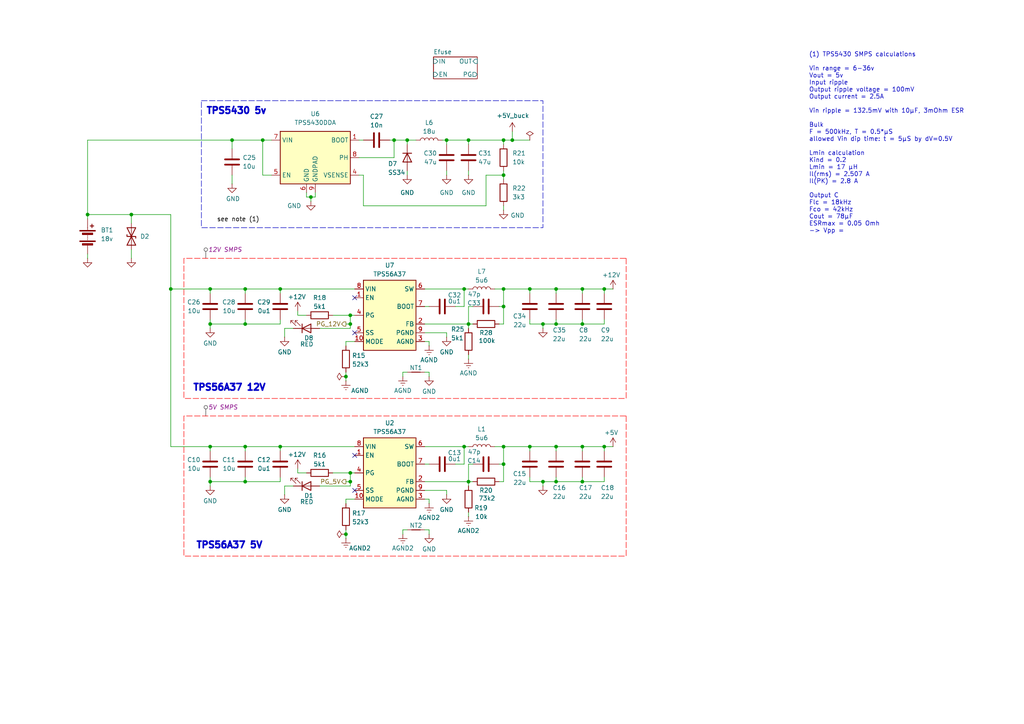
<source format=kicad_sch>
(kicad_sch (version 20250114) (generator "eeschema") (generator_version "9.0")
  (paper "A4")
  (lib_symbols
    (symbol "Device:Battery" (pin_numbers (hide yes)) (pin_names (offset 0) (hide yes))
      (property "Reference" "BT" (at 2.54 2.54 0))
      (property "Value" "Battery" (at 2.54 0 0))
      (symbol "Battery_1_1"
        (pin passive line (at 0 5.08 270) (length 2.54) (name "+") (number "1"))
        (pin passive line (at 0 -5.08 90) (length 2.54) (name "-") (number "2"))
      )
    )
    (symbol "Device:C" (pin_numbers (hide yes)) (pin_names (offset 0.254))
      (property "Reference" "C" (at 0.635 2.54 0))
      (property "Value" "C" (at 0.635 -2.54 0))
      (symbol "C_1_1"
        (pin passive line (at 0 3.81 270) (length 2.794) (name "~") (number "1"))
        (pin passive line (at 0 -3.81 90) (length 2.794) (name "~") (number "2"))
      )
    )
    (symbol "Device:D" (pin_numbers (hide yes)) (pin_names (offset 1.016) (hide yes))
      (property "Reference" "D" (at 0 2.54 0))
      (property "Value" "D" (at 0 -2.54 0))
      (symbol "D_1_1"
        (pin passive line (at -3.81 0 0) (length 2.54) (name "K") (number "1"))
        (pin passive line (at 3.81 0 180) (length 2.54) (name "A") (number "2"))
      )
    )
    (symbol "Device:D_TVS" (pin_numbers (hide yes)) (pin_names (offset 1.016) (hide yes))
      (property "Reference" "D" (at 0 2.54 0))
      (property "Value" "D_TVS" (at 0 -2.54 0))
      (symbol "D_TVS_1_1"
        (pin passive line (at -3.81 0 0) (length 2.54) (name "A1") (number "1"))
        (pin passive line (at 3.81 0 180) (length 2.54) (name "A2") (number "2"))
      )
    )
    (symbol "Device:L" (pin_numbers (hide yes)) (pin_names (offset 1.016) (hide yes))
      (property "Reference" "L" (at -1.27 0 90))
      (property "Value" "L" (at 1.905 0 90))
      (symbol "L_1_1"
        (pin passive line (at 0 3.81 270) (length 1.27) (name "1") (number "1"))
        (pin passive line (at 0 -3.81 90) (length 1.27) (name "2") (number "2"))
      )
    )
    (symbol "Device:LED" (pin_numbers (hide yes)) (pin_names (offset 1.016) (hide yes))
      (property "Reference" "D" (at 0 2.54 0))
      (property "Value" "LED" (at 0 -2.54 0))
      (symbol "LED_1_1"
        (pin passive line (at -3.81 0 0) (length 2.54) (name "K") (number "1"))
        (pin passive line (at 3.81 0 180) (length 2.54) (name "A") (number "2"))
      )
    )
    (symbol "Device:NetTie_2" (pin_numbers (hide yes)) (pin_names (offset 0) (hide yes)) (in_bom no)
      (property "Reference" "NT" (at 0 1.27 0))
      (property "Value" "NetTie_2" (at 0 -1.27 0))
      (symbol "NetTie_2_1_1"
        (pin passive line (at -2.54 0 0) (length 2.54) (name "1") (number "1"))
        (pin passive line (at 2.54 0 180) (length 2.54) (name "2") (number "2"))
      )
    )
    (symbol "Device:R" (pin_numbers (hide yes)) (pin_names (offset 0))
      (property "Reference" "R" (at 2.032 0 90))
      (property "Value" "R" (at 0 0 90))
      (symbol "R_1_1"
        (pin passive line (at 0 3.81 270) (length 1.27) (name "~") (number "1"))
        (pin passive line (at 0 -3.81 90) (length 1.27) (name "~") (number "2"))
      )
    )
    (symbol "GLCS:TPS56A37"
      (property "Reference" "U" (at -7.62 6.35 0))
      (property "Value" "TPS56A37" (at -2.54 6.35 0))
      (symbol "TPS56A37_1_0"
        (pin open_collector line (at -10.16 -5.08 0) (length 2.54) (name "PG") (number "4"))
        (pin input line (at -10.16 -10.16 0) (length 2.54) (name "SS") (number "5"))
        (pin input line (at -10.16 -12.7 0) (length 2.54) (name "MODE") (number "10"))
        (pin power_in line (at 10.16 -10.16 180) (length 2.54) (name "PGND") (number "9"))
        (pin power_in line (at 10.16 -12.7 180) (length 2.54) (name "AGND") (number "3"))
      )
      (symbol "TPS56A37_1_1"
        (pin power_in line (at -10.16 2.54 0) (length 2.54) (name "VIN") (number "8"))
        (pin input line (at -10.16 0 0) (length 2.54) (name "EN") (number "1"))
        (pin power_out line (at 10.16 2.54 180) (length 2.54) (name "SW") (number "6"))
        (pin passive line (at 10.16 -2.54 180) (length 2.54) (name "BOOT") (number "7"))
        (pin input line (at 10.16 -7.62 180) (length 2.54) (name "FB") (number "2"))
      )
    )
    (symbol "Regulator_Switching:TPS5430DDA"
      (property "Reference" "U" (at -10.16 8.89 0))
      (property "Value" "TPS5430DDA" (at -1.27 8.89 0))
      (symbol "TPS5430DDA_1_1"
        (pin power_in line (at -12.7 5.08 0) (length 2.54) (name "VIN") (number "7"))
        (pin input line (at -12.7 -5.08 0) (length 2.54) (name "EN") (number "5"))
        (pin no_connect line (at -10.16 2.54 0) (length 2.54) (hide yes) (name "NC") (number "2"))
        (pin no_connect line (at -10.16 -2.54 0) (length 2.54) (hide yes) (name "NC") (number "3"))
        (pin power_in line (at -2.54 -10.16 90) (length 2.54) (name "GND") (number "6"))
        (pin power_in line (at 0 -10.16 90) (length 2.54) (name "GNDPAD") (number "9"))
        (pin input line (at 12.7 5.08 180) (length 2.54) (name "BOOT") (number "1"))
        (pin output line (at 12.7 0 180) (length 2.54) (name "PH") (number "8"))
        (pin input line (at 12.7 -5.08 180) (length 2.54) (name "VSENSE") (number "4"))
      )
    )
    (symbol "power:+12V" (power) (pin_numbers (hide yes)) (pin_names (offset 0) (hide yes))
      (property "Value" "+12V" (at 0 3.556 0))
      (symbol "+12V_1_1"
        (pin power_in line (at 0 0 90) (length 0) (name "~") (number "1"))
      )
    )
    (symbol "power:+5V" (power) (pin_numbers (hide yes)) (pin_names (offset 0) (hide yes))
      (property "Value" "+5V" (at 0 3.556 0))
      (symbol "+5V_1_1"
        (pin power_in line (at 0 0 90) (length 0) (name "~") (number "1"))
      )
    )
    (symbol "power:GND" (power) (pin_numbers (hide yes)) (pin_names (offset 0) (hide yes))
      (property "Value" "GND" (at 0 -3.81 0))
      (symbol "GND_1_1"
        (pin power_in line (at 0 0 270) (length 0) (name "~") (number "1"))
      )
    )
    (symbol "power:GNDREF" (power) (pin_numbers (hide yes)) (pin_names (offset 0) (hide yes))
      (property "Value" "GNDREF" (at 0 -3.81 0))
      (symbol "GNDREF_1_1"
        (pin power_in line (at 0 0 270) (length 0) (name "~") (number "1"))
      )
    )
    (symbol "power:PWR_FLAG" (power) (pin_numbers (hide yes)) (pin_names (offset 0) (hide yes))
      (property "Value" "PWR_FLAG" (at 0 3.81 0))
      (symbol "PWR_FLAG_0_0"
        (pin power_out line (at 0 0 90) (length 0) (name "~") (number "1"))
      )
    )
  )
  (rectangle (start 58.42 29.21) (end 157.48 66.04) (stroke (width 0) (type dash)))
  (text "TPS5430 5v" (at 68.58 32.258 0) (effects (font (size 1.905 1.905) (thickness 0.508) (bold yes))))
  (text "see note (1)" (at 69.088 63.754 0) (effects (font (size 1.27 1.27))))
  (text "TPS56A37 12V" (at 66.548 112.522 0) (effects (font (size 1.905 1.905) (thickness 0.508) (bold yes))))
  (text "TPS56A37 5V" (at 66.548 158.242 0) (effects (font (size 1.905 1.905) (thickness 0.508) (bold yes))))
  (text_box "(1) TPS5430 SMPS calculations\n\nVin range = 6-36v\nVout = 5v\nInput ripple\nOutput ripple voltage = 100mV\nOutput current = 2.5A\n\nVin ripple = 132.5mV with 10µF, 3mOhm ESR\n\nBulk\nF = 500kHz, T = 0.5*µS\nallowed Vin dip time: t = 5µS by dV=0.5V\n\nLmin calculation\nKind = 0.2\nLmin = 17 µH\nIl(rms) = 2.507 A\nIl(PK) = 2.8 A\n\nOutput C\nFlc = 18kHz\nFco = 42kHz\nCout = 78µF\nESRmax = 0.05 Omh\n-> Vpp = " (at 233.68 13.97 0) (size 48.26 55.88) (margins 0.9525 0.9525 0.9525 0.9525) (stroke (width -0.0001)) (effects (font (size 1.27 1.27)) (justify left top)))
  (junction (at 101.6 91.44))
  (junction (at 153.67 83.82))
  (junction (at 146.05 83.82))
  (junction (at 153.67 129.54))
  (junction (at 168.91 139.7))
  (junction (at 38.1 62.23))
  (junction (at 146.05 50.8))
  (junction (at 25.4 62.23))
  (junction (at 175.26 129.54))
  (junction (at 76.2 40.64))
  (junction (at 81.28 129.54))
  (junction (at 135.89 139.7))
  (junction (at 49.53 83.82))
  (junction (at 168.91 93.98))
  (junction (at 101.6 93.98))
  (junction (at 161.29 129.54))
  (junction (at 146.05 134.62))
  (junction (at 67.31 40.64))
  (junction (at 71.12 83.82))
  (junction (at 101.6 137.16))
  (junction (at 100.33 109.22))
  (junction (at 146.05 40.64))
  (junction (at 134.62 129.54))
  (junction (at 146.05 88.9))
  (junction (at 118.11 40.64))
  (junction (at 129.54 40.64))
  (junction (at 168.91 83.82))
  (junction (at 135.89 93.98))
  (junction (at 71.12 139.7))
  (junction (at 148.59 40.64))
  (junction (at 60.96 93.98))
  (junction (at 71.12 129.54))
  (junction (at 161.29 83.82))
  (junction (at 175.26 83.82))
  (junction (at 146.05 129.54))
  (junction (at 134.62 83.82))
  (junction (at 60.96 139.7))
  (junction (at 157.48 93.98))
  (junction (at 101.6 139.7))
  (junction (at 71.12 93.98))
  (junction (at 81.28 83.82))
  (junction (at 114.3 40.64))
  (junction (at 60.96 129.54))
  (junction (at 100.33 154.94))
  (junction (at 135.89 40.64))
  (junction (at 90.17 57.15))
  (junction (at 157.48 139.7))
  (junction (at 161.29 139.7))
  (junction (at 161.29 93.98))
  (junction (at 60.96 83.82))
  (junction (at 168.91 129.54))
  (no_connect (at 102.87 132.08))
  (no_connect (at 102.87 86.36))
  (no_connect (at 102.87 142.24))
  (no_connect (at 102.87 96.52))
  (wire (pts (xy 124.46 144.78) (xy 123.19 144.78)))
  (wire (pts (xy 137.16 134.62) (xy 135.89 134.62)))
  (wire (pts (xy 146.05 49.53) (xy 146.05 50.8)))
  (wire (pts (xy 161.29 129.54) (xy 168.91 129.54)))
  (wire (pts (xy 71.12 92.71) (xy 71.12 93.98)))
  (wire (pts (xy 153.67 93.98) (xy 153.67 92.71)))
  (wire (pts (xy 123.19 129.54) (xy 134.62 129.54)))
  (wire (pts (xy 134.62 83.82) (xy 134.62 88.9)))
  (wire (pts (xy 82.55 95.25) (xy 82.55 97.79)))
  (wire (pts (xy 71.12 93.98) (xy 60.96 93.98)))
  (wire (pts (xy 82.55 140.97) (xy 82.55 143.51)))
  (wire (pts (xy 67.31 50.8) (xy 67.31 53.34)))
  (wire (pts (xy 118.11 40.64) (xy 118.11 41.91)))
  (wire (pts (xy 146.05 50.8) (xy 140.97 50.8)))
  (wire (pts (xy 101.6 139.7) (xy 100.33 139.7)))
  (wire (pts (xy 90.17 57.15) (xy 88.9 57.15)))
  (wire (pts (xy 146.05 88.9) (xy 146.05 83.82)))
  (wire (pts (xy 116.84 109.22) (xy 116.84 107.95)))
  (wire (pts (xy 124.46 146.05) (xy 124.46 144.78)))
  (wire (pts (xy 81.28 139.7) (xy 81.28 138.43)))
  (wire (pts (xy 135.89 102.87) (xy 135.89 104.14)))
  (wire (pts (xy 134.62 83.82) (xy 135.89 83.82)))
  (wire (pts (xy 135.89 40.64) (xy 135.89 41.91)))
  (wire (pts (xy 105.41 59.69) (xy 105.41 50.8)))
  (wire (pts (xy 60.96 129.54) (xy 60.96 130.81)))
  (wire (pts (xy 105.41 50.8) (xy 104.14 50.8)))
  (wire (pts (xy 92.71 95.25) (xy 101.6 95.25)))
  (wire (pts (xy 96.52 91.44) (xy 101.6 91.44)))
  (wire (pts (xy 96.52 137.16) (xy 101.6 137.16)))
  (wire (pts (xy 134.62 88.9) (xy 132.08 88.9)))
  (wire (pts (xy 146.05 83.82) (xy 153.67 83.82)))
  (wire (pts (xy 168.91 139.7) (xy 161.29 139.7)))
  (wire (pts (xy 144.78 88.9) (xy 146.05 88.9)))
  (wire (pts (xy 67.31 40.64) (xy 76.2 40.64)))
  (wire (pts (xy 175.26 93.98) (xy 175.26 92.71)))
  (wire (pts (xy 135.89 148.59) (xy 135.89 149.86)))
  (wire (pts (xy 146.05 59.69) (xy 146.05 60.96)))
  (wire (pts (xy 161.29 83.82) (xy 168.91 83.82)))
  (wire (pts (xy 146.05 129.54) (xy 153.67 129.54)))
  (wire (pts (xy 91.44 57.15) (xy 90.17 57.15)))
  (wire (pts (xy 157.48 139.7) (xy 157.48 140.97)))
  (wire (pts (xy 124.46 100.33) (xy 124.46 99.06)))
  (wire (pts (xy 71.12 83.82) (xy 81.28 83.82)))
  (wire (pts (xy 146.05 40.64) (xy 148.59 40.64)))
  (wire (pts (xy 161.29 130.81) (xy 161.29 129.54)))
  (wire (pts (xy 92.71 140.97) (xy 101.6 140.97)))
  (wire (pts (xy 123.19 134.62) (xy 124.46 134.62)))
  (wire (pts (xy 71.12 129.54) (xy 71.12 130.81)))
  (wire (pts (xy 146.05 139.7) (xy 144.78 139.7)))
  (wire (pts (xy 49.53 129.54) (xy 60.96 129.54)))
  (wire (pts (xy 144.78 134.62) (xy 146.05 134.62)))
  (wire (pts (xy 161.29 93.98) (xy 161.29 92.71)))
  (wire (pts (xy 135.89 139.7) (xy 137.16 139.7)))
  (wire (pts (xy 60.96 139.7) (xy 60.96 138.43)))
  (wire (pts (xy 86.36 137.16) (xy 86.36 135.89)))
  (wire (pts (xy 114.3 45.72) (xy 114.3 40.64)))
  (wire (pts (xy 124.46 99.06) (xy 123.19 99.06)))
  (wire (pts (xy 161.29 129.54) (xy 153.67 129.54)))
  (wire (pts (xy 168.91 138.43) (xy 168.91 139.7)))
  (wire (pts (xy 146.05 50.8) (xy 146.05 52.07)))
  (wire (pts (xy 116.84 107.95) (xy 118.11 107.95)))
  (wire (pts (xy 135.89 49.53) (xy 135.89 50.8)))
  (wire (pts (xy 60.96 93.98) (xy 60.96 95.25)))
  (wire (pts (xy 123.19 153.67) (xy 124.46 153.67)))
  (wire (pts (xy 25.4 62.23) (xy 25.4 40.64)))
  (wire (pts (xy 146.05 93.98) (xy 146.05 88.9)))
  (wire (pts (xy 101.6 93.98) (xy 100.33 93.98)))
  (wire (pts (xy 116.84 153.67) (xy 118.11 153.67)))
  (wire (pts (xy 143.51 129.54) (xy 146.05 129.54)))
  (wire (pts (xy 118.11 40.64) (xy 120.65 40.64)))
  (wire (pts (xy 135.89 40.64) (xy 146.05 40.64)))
  (wire (pts (xy 100.33 154.94) (xy 100.33 153.67)))
  (wire (pts (xy 101.6 91.44) (xy 101.6 93.98)))
  (wire (pts (xy 100.33 144.78) (xy 100.33 146.05)))
  (wire (pts (xy 81.28 129.54) (xy 81.28 130.81)))
  (wire (pts (xy 137.16 88.9) (xy 135.89 88.9)))
  (wire (pts (xy 71.12 139.7) (xy 60.96 139.7)))
  (wire (pts (xy 146.05 139.7) (xy 146.05 134.62)))
  (wire (pts (xy 157.48 139.7) (xy 161.29 139.7)))
  (wire (pts (xy 101.6 91.44) (xy 102.87 91.44)))
  (wire (pts (xy 82.55 95.25) (xy 85.09 95.25)))
  (wire (pts (xy 38.1 62.23) (xy 49.53 62.23)))
  (wire (pts (xy 25.4 40.64) (xy 67.31 40.64)))
  (wire (pts (xy 76.2 40.64) (xy 78.74 40.64)))
  (wire (pts (xy 104.14 40.64) (xy 105.41 40.64)))
  (wire (pts (xy 129.54 40.64) (xy 135.89 40.64)))
  (wire (pts (xy 100.33 110.49) (xy 100.33 109.22)))
  (wire (pts (xy 86.36 91.44) (xy 86.36 90.17)))
  (wire (pts (xy 71.12 129.54) (xy 81.28 129.54)))
  (wire (pts (xy 124.46 107.95) (xy 124.46 109.22)))
  (wire (pts (xy 101.6 139.7) (xy 101.6 140.97)))
  (wire (pts (xy 25.4 63.5) (xy 25.4 62.23)))
  (wire (pts (xy 146.05 40.64) (xy 146.05 41.91)))
  (wire (pts (xy 100.33 144.78) (xy 102.87 144.78)))
  (wire (pts (xy 88.9 57.15) (xy 88.9 55.88)))
  (wire (pts (xy 100.33 99.06) (xy 102.87 99.06)))
  (wire (pts (xy 123.19 83.82) (xy 134.62 83.82)))
  (wire (pts (xy 49.53 83.82) (xy 60.96 83.82)))
  (wire (pts (xy 168.91 92.71) (xy 168.91 93.98)))
  (wire (pts (xy 104.14 45.72) (xy 114.3 45.72)))
  (wire (pts (xy 134.62 129.54) (xy 134.62 134.62)))
  (wire (pts (xy 135.89 139.7) (xy 135.89 140.97)))
  (wire (pts (xy 101.6 137.16) (xy 101.6 139.7)))
  (wire (pts (xy 135.89 88.9) (xy 135.89 93.98)))
  (wire (pts (xy 134.62 134.62) (xy 132.08 134.62)))
  (wire (pts (xy 123.19 93.98) (xy 135.89 93.98)))
  (wire (pts (xy 81.28 83.82) (xy 102.87 83.82)))
  (wire (pts (xy 25.4 62.23) (xy 38.1 62.23)))
  (wire (pts (xy 49.53 83.82) (xy 49.53 129.54)))
  (wire (pts (xy 168.91 93.98) (xy 175.26 93.98)))
  (wire (pts (xy 146.05 134.62) (xy 146.05 129.54)))
  (wire (pts (xy 175.26 130.81) (xy 175.26 129.54)))
  (wire (pts (xy 129.54 40.64) (xy 129.54 41.91)))
  (wire (pts (xy 146.05 93.98) (xy 144.78 93.98)))
  (wire (pts (xy 100.33 99.06) (xy 100.33 100.33)))
  (wire (pts (xy 78.74 50.8) (xy 76.2 50.8)))
  (wire (pts (xy 161.29 85.09) (xy 161.29 83.82)))
  (wire (pts (xy 143.51 83.82) (xy 146.05 83.82)))
  (wire (pts (xy 81.28 93.98) (xy 81.28 92.71)))
  (wire (pts (xy 135.89 93.98) (xy 137.16 93.98)))
  (wire (pts (xy 175.26 85.09) (xy 175.26 83.82)))
  (wire (pts (xy 161.29 83.82) (xy 153.67 83.82)))
  (wire (pts (xy 60.96 139.7) (xy 60.96 140.97)))
  (wire (pts (xy 168.91 83.82) (xy 175.26 83.82)))
  (wire (pts (xy 71.12 93.98) (xy 81.28 93.98)))
  (wire (pts (xy 168.91 129.54) (xy 168.91 130.81)))
  (wire (pts (xy 101.6 93.98) (xy 101.6 95.25)))
  (wire (pts (xy 25.4 73.66) (xy 25.4 74.93)))
  (wire (pts (xy 140.97 50.8) (xy 140.97 59.69)))
  (wire (pts (xy 60.96 83.82) (xy 71.12 83.82)))
  (wire (pts (xy 123.19 107.95) (xy 124.46 107.95)))
  (wire (pts (xy 67.31 40.64) (xy 67.31 43.18)))
  (wire (pts (xy 177.8 129.54) (xy 175.26 129.54)))
  (wire (pts (xy 153.67 93.98) (xy 157.48 93.98)))
  (wire (pts (xy 60.96 83.82) (xy 60.96 85.09)))
  (wire (pts (xy 134.62 129.54) (xy 135.89 129.54)))
  (wire (pts (xy 168.91 139.7) (xy 175.26 139.7)))
  (wire (pts (xy 148.59 38.1) (xy 148.59 40.64)))
  (wire (pts (xy 129.54 143.51) (xy 129.54 142.24)))
  (wire (pts (xy 100.33 109.22) (xy 100.33 107.95)))
  (wire (pts (xy 157.48 93.98) (xy 157.48 95.25)))
  (wire (pts (xy 129.54 142.24) (xy 123.19 142.24)))
  (wire (pts (xy 124.46 153.67) (xy 124.46 154.94)))
  (wire (pts (xy 81.28 129.54) (xy 102.87 129.54)))
  (wire (pts (xy 148.59 40.64) (xy 153.67 40.64)))
  (wire (pts (xy 81.28 83.82) (xy 81.28 85.09)))
  (wire (pts (xy 153.67 130.81) (xy 153.67 129.54)))
  (wire (pts (xy 71.12 83.82) (xy 71.12 85.09)))
  (wire (pts (xy 123.19 88.9) (xy 124.46 88.9)))
  (wire (pts (xy 88.9 137.16) (xy 86.36 137.16)))
  (wire (pts (xy 153.67 85.09) (xy 153.67 83.82)))
  (wire (pts (xy 91.44 55.88) (xy 91.44 57.15)))
  (wire (pts (xy 38.1 72.39) (xy 38.1 74.93)))
  (wire (pts (xy 161.29 139.7) (xy 161.29 138.43)))
  (wire (pts (xy 123.19 139.7) (xy 135.89 139.7)))
  (wire (pts (xy 157.48 93.98) (xy 161.29 93.98)))
  (wire (pts (xy 71.12 138.43) (xy 71.12 139.7)))
  (wire (pts (xy 153.67 139.7) (xy 153.67 138.43)))
  (wire (pts (xy 49.53 62.23) (xy 49.53 83.82)))
  (wire (pts (xy 90.17 58.42) (xy 90.17 57.15)))
  (wire (pts (xy 113.03 40.64) (xy 114.3 40.64)))
  (wire (pts (xy 153.67 139.7) (xy 157.48 139.7)))
  (wire (pts (xy 168.91 129.54) (xy 175.26 129.54)))
  (wire (pts (xy 38.1 62.23) (xy 38.1 64.77)))
  (wire (pts (xy 60.96 129.54) (xy 71.12 129.54)))
  (wire (pts (xy 60.96 93.98) (xy 60.96 92.71)))
  (wire (pts (xy 76.2 40.64) (xy 76.2 50.8)))
  (wire (pts (xy 129.54 96.52) (xy 123.19 96.52)))
  (wire (pts (xy 71.12 139.7) (xy 81.28 139.7)))
  (wire (pts (xy 128.27 40.64) (xy 129.54 40.64)))
  (wire (pts (xy 135.89 134.62) (xy 135.89 139.7)))
  (wire (pts (xy 118.11 49.53) (xy 118.11 50.8)))
  (wire (pts (xy 88.9 91.44) (xy 86.36 91.44)))
  (wire (pts (xy 177.8 83.82) (xy 175.26 83.82)))
  (wire (pts (xy 140.97 59.69) (xy 105.41 59.69)))
  (wire (pts (xy 116.84 154.94) (xy 116.84 153.67)))
  (wire (pts (xy 100.33 156.21) (xy 100.33 154.94)))
  (wire (pts (xy 175.26 139.7) (xy 175.26 138.43)))
  (wire (pts (xy 82.55 140.97) (xy 85.09 140.97)))
  (wire (pts (xy 114.3 40.64) (xy 118.11 40.64)))
  (wire (pts (xy 168.91 93.98) (xy 161.29 93.98)))
  (wire (pts (xy 129.54 49.53) (xy 129.54 50.8)))
  (wire (pts (xy 129.54 97.79) (xy 129.54 96.52)))
  (wire (pts (xy 101.6 137.16) (xy 102.87 137.16)))
  (wire (pts (xy 168.91 83.82) (xy 168.91 85.09)))
  (wire (pts (xy 135.89 93.98) (xy 135.89 95.25)))
  (hierarchical_label "PG_12V" (shape output) (at 100.33 93.98 180))
  (hierarchical_label "PG_5V" (shape output) (at 100.33 139.7 180))
  (rule_area (polyline (pts (xy 181.61 74.93) (xy 181.61 115.57) (xy 53.34 115.57) (xy 53.34 74.93)) (stroke (width 0) (type dash))))
  (rule_area (polyline (pts (xy 181.61 120.65) (xy 181.61 161.29) (xy 53.34 161.29) (xy 53.34 120.65)) (stroke (width 0) (type dash))))
  (netclass_flag "" (length 2.54) (shape round) (at 59.69 74.93 0) (property "Component Class" "12V SMPS" (at 60.3885 72.39 0) (effects (font (italic yes)) (justify left))))
  (netclass_flag "" (length 2.54) (shape round) (at 59.69 120.65 0) (property "Component Class" "5V SMPS" (at 60.3885 118.11 0) (effects (font (italic yes)) (justify left))))
  (symbol (lib_id "Device:R") (at 135.89 99.06 0) (unit 1)
    (property "Reference" "R25" (at 130.81 95.504 0) (effects (justify left)))
    (property "Value" "5k1" (at 130.81 98.044 0) (effects (justify left)))
    (property "Footprint" "Resistor_SMD:R_0402_1005Metric" (effects (hide yes)))
    (property "Description" "Resistor" (effects (hide yes)))
    (property "Basic" "Y" (effects (hide yes)))
    (property "JLCPCB Part #" "C25905" (effects (hide yes)))
    (property "Manufacturer" "Uniroyal Elec" (effects (hide yes)))
    (property "Manufacturer Part Number" "0402WGF5101TCE" (effects (hide yes)))
  )
  (symbol (lib_id "power:GNDREF") (at 100.33 110.49 0) (unit 1)
    (property "Reference" "#PWR056" (effects (hide yes)))
    (property "Value" "AGND" (at 104.394 113.284 0))
    (property "Description" "Power symbol creates a global label with name \"GNDREF\" , reference supply ground" (effects (hide yes)))
  )
  (symbol (lib_id "Device:C") (at 175.26 88.9 0) (unit 1)
    (property "Reference" "C9" (at 174.244 95.758 0) (effects (justify left)))
    (property "Value" "22u" (at 174.244 98.298 0) (effects (justify left)))
    (property "Footprint" "Capacitor_SMD:C_0805_2012Metric" (effects (hide yes)))
    (property "Description" "Unpolarized capacitor" (effects (hide yes)))
    (property "Basic" "Y" (effects (hide yes)))
    (property "JLCPCB Part #" "C45783" (effects (hide yes)))
    (property "Manufacturer" "Samsung Electro-Mechanics " (effects (hide yes)))
    (property "Manufacturer Part Number" "CL21A226MAQNNNE" (effects (hide yes)))
  )
  (symbol (lib_id "Device:C") (at 67.31 46.99 0) (unit 1)
    (property "Reference" "C25" (at 70.358 45.72 0) (effects (justify left)))
    (property "Value" "10u" (at 70.358 48.26 0) (effects (justify left)))
    (property "Footprint" "Capacitor_SMD:C_0805_2012Metric" (effects (hide yes)))
    (property "Description" "Unpolarized capacitor" (effects (hide yes)))
    (property "Basic" "Y" (effects (hide yes)))
    (property "JLCPCB Part #" "C440198" (effects (hide yes)))
    (property "Manufacturer" "Murata" (effects (hide yes)))
    (property "Manufacturer Part Number" "GRM21BR61H106KE43L" (effects (hide yes)))
  )
  (symbol (lib_id "Device:D") (at 118.11 45.72 270) (unit 1)
    (property "Reference" "D7" (at 112.522 47.498 90) (effects (justify left)))
    (property "Value" "SS34" (at 112.522 50.038 90) (effects (justify left)))
    (property "Footprint" "Diode_SMD:D_SMA" (effects (hide yes)))
    (property "Description" "Diode" (effects (hide yes)))
    (property "Sim.Device" "D" (effects (hide yes)))
    (property "Sim.Pins" "1=K 2=A" (effects (hide yes)))
    (property "Basic" "Y" (effects (hide yes)))
    (property "JLCPCB Part #" "C8678" (effects (hide yes)))
    (property "Manufacturer" "Microdiode Semiconductor (MDD)" (effects (hide yes)))
    (property "Manufacturer Part Number" "SS34" (effects (hide yes)))
  )
  (symbol (lib_id "Device:C") (at 60.96 88.9 0) (unit 1)
    (property "Reference" "C26" (at 58.166 87.63 0) (effects (justify right)))
    (property "Value" "10u" (at 58.166 90.17 0) (effects (justify right)))
    (property "Footprint" "Capacitor_SMD:C_0805_2012Metric" (effects (hide yes)))
    (property "Description" "Unpolarized capacitor" (effects (hide yes)))
    (property "Basic" "Y" (effects (hide yes)))
    (property "JLCPCB Part #" "C440198" (effects (hide yes)))
    (property "Manufacturer" "Murata" (effects (hide yes)))
    (property "Manufacturer Part Number" "GRM21BR61H106KE43L" (effects (hide yes)))
  )
  (symbol (lib_id "power:GND") (at 135.89 50.8 0) (unit 1)
    (property "Reference" "#PWR055" (effects (hide yes)))
    (property "Value" "GND" (at 135.89 55.88 0))
    (property "Description" "Power symbol creates a global label with name \"GND\" , ground" (effects (hide yes)))
  )
  (symbol (lib_id "power:+12V") (at 86.36 135.89 0) (unit 1)
    (property "Reference" "#PWR019" (effects (hide yes)))
    (property "Value" "+12V" (at 86.106 131.826 0))
    (property "Description" "Power symbol creates a global label with name \"+12V\"" (effects (hide yes)))
  )
  (symbol (lib_id "power:GND") (at 82.55 143.51 0) (unit 1)
    (property "Reference" "#PWR018" (effects (hide yes)))
    (property "Value" "GND" (at 82.55 147.828 0))
    (property "Description" "Power symbol creates a global label with name \"GND\" , ground" (effects (hide yes)))
  )
  (symbol (lib_id "Device:R") (at 135.89 144.78 0) (mirror x) (unit 1)
    (property "Reference" "R19" (at 141.478 147.32 0) (effects (justify right)))
    (property "Value" "10k" (at 141.478 149.86 0) (effects (justify right)))
    (property "Footprint" "Resistor_SMD:R_0402_1005Metric" (effects (hide yes)))
    (property "Description" "Resistor" (effects (hide yes)))
    (property "Manufacturer" "Uniroyal Elec" (effects (hide yes)))
    (property "Manufacturer Part Number" "0402WGF1002TCE" (effects (hide yes)))
    (property "Basic" "Y" (effects (hide yes)))
    (property "JLCPCB Part #" "C25744" (effects (hide yes)))
  )
  (symbol (lib_id "power:GND") (at 60.96 95.25 0) (unit 1)
    (property "Reference" "#PWR050" (effects (hide yes)))
    (property "Value" "GND" (at 60.96 99.568 0))
    (property "Description" "Power symbol creates a global label with name \"GND\" , ground" (effects (hide yes)))
  )
  (symbol (lib_id "power:GND") (at 129.54 97.79 0) (unit 1)
    (property "Reference" "#PWR016" (effects (hide yes)))
    (property "Value" "GND" (at 129.54 102.108 0))
    (property "Description" "Power symbol creates a global label with name \"GND\" , ground" (effects (hide yes)))
  )
  (symbol (lib_id "power:GNDREF") (at 116.84 109.22 0) (unit 1)
    (property "Reference" "#PWR090" (effects (hide yes)))
    (property "Value" "AGND" (at 116.84 113.284 0))
    (property "Description" "Power symbol creates a global label with name \"GNDREF\" , reference supply ground" (effects (hide yes)))
  )
  (symbol (lib_id "power:GND") (at 157.48 140.97 0) (unit 1)
    (property "Reference" "#PWR033" (effects (hide yes)))
    (property "Value" "GND" (effects (hide yes)))
    (property "Description" "Power symbol creates a global label with name \"GND\" , ground" (effects (hide yes)))
  )
  (symbol (lib_id "Device:LED") (at 88.9 140.97 0) (mirror x) (unit 1)
    (property "Reference" "D1" (at 90.932 143.764 0) (effects (justify right)))
    (property "Value" "RED" (at 90.932 145.542 0) (effects (justify right)))
    (property "Footprint" "LED_SMD:LED_0603_1608Metric" (effects (hide yes)))
    (property "Description" "Light emitting diode" (effects (hide yes)))
    (property "Sim.Pins" "1=K 2=A" (effects (hide yes)))
    (property "Basic" "Y" (effects (hide yes)))
    (property "JLCPCB Part #" "C2286" (effects (hide yes)))
    (property "Manufacturer" "Hubei KENTO Elec " (effects (hide yes)))
    (property "Manufacturer Part Number" "KT-0603R" (effects (hide yes)))
  )
  (symbol (lib_id "Device:C") (at 153.67 134.62 0) (mirror y) (unit 1)
    (property "Reference" "C15" (at 152.654 137.414 0) (effects (justify left)))
    (property "Value" "22u" (at 152.654 139.954 0) (effects (justify left)))
    (property "Footprint" "Capacitor_SMD:C_0805_2012Metric" (effects (hide yes)))
    (property "Description" "Unpolarized capacitor" (effects (hide yes)))
    (property "Basic" "Y" (effects (hide yes)))
    (property "JLCPCB Part #" "C45783" (effects (hide yes)))
    (property "Manufacturer" "Samsung Electro-Mechanics " (effects (hide yes)))
    (property "Manufacturer Part Number" "CL21A226MAQNNNE" (effects (hide yes)))
  )
  (symbol (lib_id "Regulator_Switching:TPS5430DDA") (at 91.44 45.72 0) (unit 1)
    (property "Reference" "U6" (at 91.44 33.02 0))
    (property "Value" "TPS5430DDA" (at 91.44 35.56 0))
    (property "Footprint" "Package_SO:TI_SO-PowerPAD-8_ThermalVias" (effects (hide yes)))
    (property "Datasheet" "http://www.ti.com/lit/ds/symlink/tps5430.pdf" (effects (hide yes)))
    (property "Description" "3A, Step Down Swift Converter, Adjustable Output Voltage, 5.5-36V Input Voltage, PowerSO-8" (effects (hide yes)))
    (property "Basic" "Y" (effects (hide yes)))
    (property "JLCPCB Part #" "C9864" (effects (hide yes)))
    (property "Manufacturer" "Texas Instruments" (effects (hide yes)))
    (property "Manufacturer Part Number" "TPS5430DDAR" (effects (hide yes)))
  )
  (symbol (lib_id "power:PWR_FLAG") (at 100.33 154.94 90) (unit 1)
    (property "Reference" "#FLG03" (effects (hide yes)))
    (property "Value" "PWR_FLAG" (effects (hide yes)))
    (property "Description" "Special symbol for telling ERC where power comes from" (effects (hide yes)))
  )
  (symbol (lib_id "Device:R") (at 140.97 139.7 90) (mirror x) (unit 1)
    (property "Reference" "R20" (at 140.97 142.24 90))
    (property "Value" "73k2" (at 141.224 144.526 90))
    (property "Footprint" "Resistor_SMD:R_0402_1005Metric" (effects (hide yes)))
    (property "Description" "Resistor" (effects (hide yes)))
    (property "Basic" "X" (effects (hide yes)))
    (property "JLCPCB Part #" "C26986" (effects (hide yes)))
    (property "Manufacturer" "Uniroyal Elec" (effects (hide yes)))
    (property "Manufacturer Part Number" "0402WGF7322TCE" (effects (hide yes)))
  )
  (symbol (lib_id "Device:Battery") (at 25.4 68.58 0) (unit 1)
    (property "Reference" "BT1" (at 29.21 66.7384 0) (effects (justify left)))
    (property "Value" "18v" (at 29.21 69.2784 0) (effects (justify left)))
    (property "Description" "Multiple-cell battery" (effects (hide yes)))
    (property "Sim.Device" "V" (effects (hide yes)))
    (property "Sim.Type" "DC" (effects (hide yes)))
    (property "Sim.Pins" "1=+ 2=-" (effects (hide yes)))
  )
  (symbol (lib_id "Device:C") (at 140.97 134.62 90) (unit 1)
    (property "Reference" "C14" (at 139.446 133.604 90) (effects (justify left)))
    (property "Value" "47p" (at 139.446 131.064 90) (effects (justify left)))
    (property "Footprint" "Capacitor_SMD:C_0402_1005Metric" (effects (hide yes)))
    (property "Description" "Unpolarized capacitor" (effects (hide yes)))
    (property "Basic" "Y" (effects (hide yes)))
    (property "JLCPCB Part #" "C1567" (effects (hide yes)))
    (property "Manufacturer" "Guangdong Fenghua Advanced Tech (FH)" (effects (hide yes)))
    (property "Manufacturer Part Number" "0402CG470J500NT" (effects (hide yes)))
  )
  (symbol (lib_id "Device:C") (at 135.89 45.72 0) (unit 1)
    (property "Reference" "C31" (at 138.684 44.45 0) (effects (justify left)))
    (property "Value" "47u" (at 138.684 46.99 0) (effects (justify left)))
    (property "Footprint" "Capacitor_SMD:C_1206_3216Metric" (effects (hide yes)))
    (property "Description" "Unpolarized capacitor" (effects (hide yes)))
    (property "Basic" "Y" (effects (hide yes)))
    (property "JLCPCB Part #" "C96123" (effects (hide yes)))
    (property "Manufacturer" "Samsung Electro-Mechanics " (effects (hide yes)))
    (property "Manufacturer Part Number" "CL31A476MPHNNNE" (effects (hide yes)))
  )
  (symbol (lib_id "Device:C") (at 161.29 88.9 0) (unit 1)
    (property "Reference" "C35" (at 160.274 95.758 0) (effects (justify left)))
    (property "Value" "22u" (at 160.274 98.298 0) (effects (justify left)))
    (property "Footprint" "Capacitor_SMD:C_0805_2012Metric" (effects (hide yes)))
    (property "Description" "Unpolarized capacitor" (effects (hide yes)))
    (property "Basic" "Y" (effects (hide yes)))
    (property "JLCPCB Part #" "C45783" (effects (hide yes)))
    (property "Manufacturer" "Samsung Electro-Mechanics " (effects (hide yes)))
    (property "Manufacturer Part Number" "CL21A226MAQNNNE" (effects (hide yes)))
  )
  (symbol (lib_id "power:GND") (at 129.54 143.51 0) (unit 1)
    (property "Reference" "#PWR026" (effects (hide yes)))
    (property "Value" "GND" (at 129.54 147.828 0))
    (property "Description" "Power symbol creates a global label with name \"GND\" , ground" (effects (hide yes)))
  )
  (symbol (lib_id "Device:C") (at 153.67 88.9 0) (mirror y) (unit 1)
    (property "Reference" "C34" (at 152.654 91.694 0) (effects (justify left)))
    (property "Value" "22u" (at 152.654 94.234 0) (effects (justify left)))
    (property "Footprint" "Capacitor_SMD:C_0805_2012Metric" (effects (hide yes)))
    (property "Description" "Unpolarized capacitor" (effects (hide yes)))
    (property "Basic" "Y" (effects (hide yes)))
    (property "JLCPCB Part #" "C45783" (effects (hide yes)))
    (property "Manufacturer" "Samsung Electro-Mechanics " (effects (hide yes)))
    (property "Manufacturer Part Number" "CL21A226MAQNNNE" (effects (hide yes)))
  )
  (symbol (lib_id "Device:R") (at 92.71 91.44 90) (unit 1)
    (property "Reference" "R18" (at 92.71 86.36 90))
    (property "Value" "5k1" (at 92.71 88.9 90))
    (property "Footprint" "Resistor_SMD:R_0402_1005Metric" (effects (hide yes)))
    (property "Description" "Resistor" (effects (hide yes)))
    (property "Basic" "Y" (effects (hide yes)))
    (property "JLCPCB Part #" "C25905" (effects (hide yes)))
    (property "Manufacturer" "Uniroyal Elec" (effects (hide yes)))
    (property "Manufacturer Part Number" "0402WGF5101TCE" (effects (hide yes)))
  )
  (symbol (lib_id "Device:C") (at 140.97 88.9 90) (unit 1)
    (property "Reference" "C33" (at 139.446 87.884 90) (effects (justify left)))
    (property "Value" "47p" (at 139.446 85.344 90) (effects (justify left)))
    (property "Footprint" "Capacitor_SMD:C_0402_1005Metric" (effects (hide yes)))
    (property "Description" "Unpolarized capacitor" (effects (hide yes)))
    (property "Basic" "Y" (effects (hide yes)))
    (property "JLCPCB Part #" "C1567" (effects (hide yes)))
    (property "Manufacturer" "Guangdong Fenghua Advanced Tech (FH)" (effects (hide yes)))
    (property "Manufacturer Part Number" "0402CG470J500NT" (effects (hide yes)))
  )
  (symbol (lib_id "Device:L") (at 124.46 40.64 90) (unit 1)
    (property "Reference" "L6" (at 124.46 35.56 90))
    (property "Value" "18u" (at 124.46 38.1 90))
    (property "Footprint" "Inductor_SMD:L_Sunlord_SWRB1207S" (effects (hide yes)))
    (property "Description" "Inductor" (effects (hide yes)))
    (property "Basic" "X" (effects (hide yes)))
    (property "JLCPCB Part #" "C5161638" (effects (hide yes)))
    (property "Manufacturer" "Shun Xiang Nuo" (effects (hide yes)))
    (property "Manufacturer Part Number" "SMDRI127-180MT" (effects (hide yes)))
  )
  (symbol (lib_id "Device:D_TVS") (at 38.1 68.58 90) (unit 1)
    (property "Reference" "D2" (at 40.64 68.5799 90) (effects (justify right)))
    (property "Value" "D_TVS" (effects (hide yes)))
    (property "Footprint" "Diode_SMD:D_SMA" (effects (hide yes)))
    (property "Description" "Bidirectional transient-voltage-suppression diode" (effects (hide yes)))
    (property "Basic" "E" (effects (hide yes)))
    (property "JLCPCB Part #" "C19077549" (effects (hide yes)))
    (property "Manufacturer" "hongjiacheng" (effects (hide yes)))
    (property "Manufacturer Part Number" "SMAJ33CA" (effects (hide yes)))
  )
  (symbol (lib_id "Device:C") (at 81.28 134.62 0) (unit 1)
    (property "Reference" "C12" (at 78.486 133.35 0) (effects (justify right)))
    (property "Value" "0u1" (at 78.486 135.89 0) (effects (justify right)))
    (property "Footprint" "Capacitor_SMD:C_0402_1005Metric" (effects (hide yes)))
    (property "Description" "Unpolarized capacitor" (effects (hide yes)))
    (property "Basic" "Y" (effects (hide yes)))
    (property "JLCPCB Part #" "C307331" (effects (hide yes)))
    (property "Manufacturer" "Samsung Electro-Mechanics " (effects (hide yes)))
    (property "Manufacturer Part Number" "CL05B104KB54PNC" (effects (hide yes)))
  )
  (symbol (lib_id "power:+12V") (at 86.36 90.17 0) (unit 1)
    (property "Reference" "#PWR052" (effects (hide yes)))
    (property "Value" "+12V" (at 86.106 86.106 0))
    (property "Description" "Power symbol creates a global label with name \"+12V\"" (effects (hide yes)))
  )
  (symbol (lib_id "Device:C") (at 109.22 40.64 90) (unit 1)
    (property "Reference" "C27" (at 109.22 33.782 90))
    (property "Value" "10n" (at 109.22 36.322 90))
    (property "Footprint" "Capacitor_SMD:C_0402_1005Metric" (effects (hide yes)))
    (property "Description" "Unpolarized capacitor" (effects (hide yes)))
    (property "Basic" "Y" (effects (hide yes)))
    (property "JLCPCB Part #" "C15195" (effects (hide yes)))
    (property "Manufacturer" "Samsung Electro-Mechanics " (effects (hide yes)))
    (property "Manufacturer Part Number" "CL05B103KB5NNNC" (effects (hide yes)))
  )
  (symbol (lib_id "Device:L") (at 139.7 129.54 90) (unit 1)
    (property "Reference" "L1" (at 139.7 124.46 90))
    (property "Value" "5u6" (at 139.7 127 90))
    (property "Footprint" "Inductor_SMD:L_10.4x10.4_H4.8" (effects (hide yes)))
    (property "Description" "Inductor" (effects (hide yes)))
    (property "Basic" "X" (effects (hide yes)))
    (property "JLCPCB Part #" "C41407183" (effects (hide yes)))
    (property "Manufacturer" "dehongganying" (effects (hide yes)))
    (property "Manufacturer Part Number" "DH1040H-5R6M" (effects (hide yes)))
  )
  (symbol (lib_id "power:GND") (at 82.55 97.79 0) (unit 1)
    (property "Reference" "#PWR053" (effects (hide yes)))
    (property "Value" "GND" (at 82.55 102.108 0))
    (property "Description" "Power symbol creates a global label with name \"GND\" , ground" (effects (hide yes)))
  )
  (symbol (lib_id "Device:R") (at 92.71 137.16 90) (unit 1)
    (property "Reference" "R16" (at 92.71 132.08 90))
    (property "Value" "5k1" (at 92.71 134.62 90))
    (property "Footprint" "Resistor_SMD:R_0402_1005Metric" (effects (hide yes)))
    (property "Description" "Resistor" (effects (hide yes)))
    (property "Basic" "Y" (effects (hide yes)))
    (property "JLCPCB Part #" "C25905" (effects (hide yes)))
    (property "Manufacturer" "Uniroyal Elec" (effects (hide yes)))
    (property "Manufacturer Part Number" "0402WGF5101TCE" (effects (hide yes)))
  )
  (symbol (lib_id "Device:C") (at 161.29 134.62 0) (unit 1)
    (property "Reference" "C16" (at 160.274 141.478 0) (effects (justify left)))
    (property "Value" "22u" (at 160.274 144.018 0) (effects (justify left)))
    (property "Footprint" "Capacitor_SMD:C_0805_2012Metric" (effects (hide yes)))
    (property "Description" "Unpolarized capacitor" (effects (hide yes)))
    (property "Basic" "Y" (effects (hide yes)))
    (property "JLCPCB Part #" "C45783" (effects (hide yes)))
    (property "Manufacturer" "Samsung Electro-Mechanics " (effects (hide yes)))
    (property "Manufacturer Part Number" "CL21A226MAQNNNE" (effects (hide yes)))
  )
  (symbol (lib_id "power:PWR_FLAG") (at 100.33 109.22 90) (unit 1)
    (property "Reference" "#FLG05" (effects (hide yes)))
    (property "Value" "PWR_FLAG" (effects (hide yes)))
    (property "Description" "Special symbol for telling ERC where power comes from" (effects (hide yes)))
  )
  (symbol (lib_id "power:GND") (at 25.4 74.93 0) (unit 1)
    (property "Reference" "#PWR015" (effects (hide yes)))
    (property "Value" "GND" (effects (hide yes)))
    (property "Description" "Power symbol creates a global label with name \"GND\" , ground" (effects (hide yes)))
  )
  (symbol (lib_id "Device:NetTie_2") (at 120.65 153.67 0) (unit 1) (in_bom no)
    (property "Reference" "NT2" (at 120.65 152.4 0))
    (property "Value" "NetTie_2" (effects (hide yes)))
    (property "Footprint" "NetTie:NetTie-2_SMD_Pad0.5mm" (effects (hide yes)))
    (property "Description" "Net tie, 2 pins" (effects (hide yes)))
  )
  (symbol (lib_id "Device:C") (at 128.27 88.9 90) (unit 1)
    (property "Reference" "C32" (at 131.826 85.598 90))
    (property "Value" "0u1" (at 131.826 87.376 90))
    (property "Footprint" "Capacitor_SMD:C_0402_1005Metric" (effects (hide yes)))
    (property "Description" "Unpolarized capacitor" (effects (hide yes)))
    (property "Basic" "Y" (effects (hide yes)))
    (property "JLCPCB Part #" "C307331" (effects (hide yes)))
    (property "Manufacturer" "Samsung Electro-Mechanics " (effects (hide yes)))
    (property "Manufacturer Part Number" "CL05B104KB54PNC" (effects (hide yes)))
  )
  (symbol (lib_id "Device:R") (at 140.97 93.98 90) (mirror x) (unit 1)
    (property "Reference" "R28" (at 140.97 96.52 90))
    (property "Value" "100k" (at 141.224 98.806 90))
    (property "Footprint" "Resistor_SMD:R_0402_1005Metric" (effects (hide yes)))
    (property "Description" "Resistor" (effects (hide yes)))
    (property "Basic" "Y" (effects (hide yes)))
    (property "JLCPCB Part #" "C25741" (effects (hide yes)))
    (property "Manufacturer" "Uniroyal Elec" (effects (hide yes)))
    (property "Manufacturer Part Number" "0402WGF1003TCE" (effects (hide yes)))
  )
  (symbol (lib_id "power:GND") (at 90.17 58.42 0) (unit 1)
    (property "Reference" "#PWR049" (effects (hide yes)))
    (property "Value" "GND" (at 85.344 59.69 0))
    (property "Description" "Power symbol creates a global label with name \"GND\" , ground" (effects (hide yes)))
  )
  (symbol (lib_id "power:GNDREF") (at 135.89 104.14 0) (unit 1)
    (property "Reference" "#PWR063" (effects (hide yes)))
    (property "Value" "AGND" (at 135.89 108.204 0))
    (property "Description" "Power symbol creates a global label with name \"GNDREF\" , reference supply ground" (effects (hide yes)))
  )
  (symbol (lib_id "GLCS:TPS56A37") (at 113.03 132.08 0) (unit 1)
    (property "Reference" "U2" (at 113.03 122.682 0))
    (property "Value" "TPS56A37" (at 113.03 125.222 0))
    (property "Footprint" "GLCS:Texas_RPA0010A_VQFN-HR-10_3x3mm_P0.5mm" (effects (hide yes)))
    (property "Datasheet" "https://www.ti.com/lit/ds/symlink/tps56a37.pdf" (effects (hide yes)))
    (property "Description" "4.5V to 28V Input, 10-A Output Synchronous Buck Converter" (effects (hide yes)))
    (property "Basic" "X" (effects (hide yes)))
    (property "JLCPCB Part #" "C22392669" (effects (hide yes)))
    (property "Manufacturer" "Texas Instruments" (effects (hide yes)))
    (property "Manufacturer Part Number" "TPS56A37RPAR" (effects (hide yes)))
  )
  (symbol (lib_id "power:GND") (at 38.1 74.93 0) (unit 1)
    (property "Reference" "#PWR036" (effects (hide yes)))
    (property "Value" "GND" (effects (hide yes)))
    (property "Description" "Power symbol creates a global label with name \"GND\" , ground" (effects (hide yes)))
  )
  (symbol (lib_id "power:GNDREF") (at 124.46 146.05 0) (unit 1)
    (property "Reference" "#PWR022" (effects (hide yes)))
    (property "Value" "AGND2" (at 124.46 150.114 0))
    (property "Description" "Power symbol creates a global label with name \"GNDREF\" , reference supply ground" (effects (hide yes)))
  )
  (symbol (lib_id "Device:C") (at 168.91 88.9 0) (unit 1)
    (property "Reference" "C8" (at 167.894 95.758 0) (effects (justify left)))
    (property "Value" "22u" (at 167.894 98.298 0) (effects (justify left)))
    (property "Footprint" "Capacitor_SMD:C_0805_2012Metric" (effects (hide yes)))
    (property "Description" "Unpolarized capacitor" (effects (hide yes)))
    (property "Basic" "Y" (effects (hide yes)))
    (property "JLCPCB Part #" "C45783" (effects (hide yes)))
    (property "Manufacturer" "Samsung Electro-Mechanics " (effects (hide yes)))
    (property "Manufacturer Part Number" "CL21A226MAQNNNE" (effects (hide yes)))
  )
  (symbol (lib_id "power:GND") (at 157.48 95.25 0) (unit 1)
    (property "Reference" "#PWR066" (effects (hide yes)))
    (property "Value" "GND" (effects (hide yes)))
    (property "Description" "Power symbol creates a global label with name \"GND\" , ground" (effects (hide yes)))
  )
  (symbol (lib_id "power:GNDREF") (at 116.84 154.94 0) (unit 1)
    (property "Reference" "#PWR021" (effects (hide yes)))
    (property "Value" "AGND2" (at 116.84 159.004 0))
    (property "Description" "Power symbol creates a global label with name \"GNDREF\" , reference supply ground" (effects (hide yes)))
  )
  (symbol (lib_id "power:GNDREF") (at 100.33 156.21 0) (unit 1)
    (property "Reference" "#PWR020" (effects (hide yes)))
    (property "Value" "AGND2" (at 104.394 159.004 0))
    (property "Description" "Power symbol creates a global label with name \"GNDREF\" , reference supply ground" (effects (hide yes)))
  )
  (symbol (lib_id "power:GND") (at 118.11 50.8 0) (unit 1)
    (property "Reference" "#PWR051" (effects (hide yes)))
    (property "Value" "GND" (at 118.11 55.88 0))
    (property "Description" "Power symbol creates a global label with name \"GND\" , ground" (effects (hide yes)))
  )
  (symbol (lib_id "Device:NetTie_2") (at 120.65 107.95 0) (unit 1) (in_bom no)
    (property "Reference" "NT1" (at 120.65 106.68 0))
    (property "Value" "NetTie_2" (effects (hide yes)))
    (property "Footprint" "NetTie:NetTie-2_SMD_Pad0.5mm" (effects (hide yes)))
    (property "Description" "Net tie, 2 pins" (effects (hide yes)))
  )
  (symbol (lib_id "power:GND") (at 124.46 154.94 0) (unit 1)
    (property "Reference" "#PWR024" (effects (hide yes)))
    (property "Value" "GND" (at 124.46 159.258 0))
    (property "Description" "Power symbol creates a global label with name \"GND\" , ground" (effects (hide yes)))
  )
  (symbol (lib_id "power:+5V") (at 148.59 38.1 0) (mirror y) (unit 1)
    (property "Reference" "#PWR058" (effects (hide yes)))
    (property "Value" "+5V_buck" (at 144.018 33.528 0) (effects (justify right)))
    (property "Description" "Power symbol creates a global label with name \"+5V\"" (effects (hide yes)))
  )
  (symbol (lib_id "power:+12V") (at 177.8 129.54 0) (unit 1)
    (property "Reference" "#PWR035" (effects (hide yes)))
    (property "Value" "+5V" (at 177.292 125.476 0))
    (property "Description" "Power symbol creates a global label with name \"+12V\"" (effects (hide yes)))
  )
  (symbol (lib_id "GLCS:TPS56A37") (at 113.03 86.36 0) (unit 1)
    (property "Reference" "U7" (at 113.03 76.962 0))
    (property "Value" "TPS56A37" (at 113.03 79.502 0))
    (property "Footprint" "GLCS:Texas_RPA0010A_VQFN-HR-10_3x3mm_P0.5mm" (effects (hide yes)))
    (property "Datasheet" "https://www.ti.com/lit/ds/symlink/tps56a37.pdf" (effects (hide yes)))
    (property "Description" "4.5V to 28V Input, 10-A Output Synchronous Buck Converter" (effects (hide yes)))
    (property "Basic" "X" (effects (hide yes)))
    (property "JLCPCB Part #" "C22392669" (effects (hide yes)))
    (property "Manufacturer" "Texas Instruments" (effects (hide yes)))
    (property "Manufacturer Part Number" "TPS56A37RPAR" (effects (hide yes)))
  )
  (symbol (lib_id "Device:R") (at 146.05 45.72 0) (unit 1)
    (property "Reference" "R21" (at 148.59 44.4499 0) (effects (justify left)))
    (property "Value" "10k" (at 148.59 46.9899 0) (effects (justify left)))
    (property "Footprint" "Resistor_SMD:R_0402_1005Metric" (effects (hide yes)))
    (property "Description" "Resistor" (effects (hide yes)))
    (property "Basic" "Y" (effects (hide yes)))
    (property "JLCPCB Part #" "C25744" (effects (hide yes)))
    (property "Manufacturer" "Uniroyal Elec" (effects (hide yes)))
    (property "Manufacturer Part Number" "0402WGF1002TCE" (effects (hide yes)))
  )
  (symbol (lib_id "power:GND") (at 124.46 109.22 0) (unit 1)
    (property "Reference" "#PWR091" (effects (hide yes)))
    (property "Value" "GND" (at 124.46 113.538 0))
    (property "Description" "Power symbol creates a global label with name \"GND\" , ground" (effects (hide yes)))
  )
  (symbol (lib_id "power:+12V") (at 177.8 83.82 0) (unit 1)
    (property "Reference" "#PWR067" (effects (hide yes)))
    (property "Value" "+12V" (at 177.292 79.756 0))
    (property "Description" "Power symbol creates a global label with name \"+12V\"" (effects (hide yes)))
  )
  (symbol (lib_id "Device:L") (at 139.7 83.82 90) (unit 1)
    (property "Reference" "L7" (at 139.7 78.74 90))
    (property "Value" "5u6" (at 139.7 81.28 90))
    (property "Footprint" "Inductor_SMD:L_10.4x10.4_H4.8" (effects (hide yes)))
    (property "Description" "Inductor" (effects (hide yes)))
    (property "Basic" "X" (effects (hide yes)))
    (property "JLCPCB Part #" "C41407183" (effects (hide yes)))
    (property "Manufacturer" "dehongganying" (effects (hide yes)))
    (property "Manufacturer Part Number" "DH1040H-5R6M" (effects (hide yes)))
  )
  (symbol (lib_id "power:GNDREF") (at 124.46 100.33 0) (unit 1)
    (property "Reference" "#PWR059" (effects (hide yes)))
    (property "Value" "AGND" (at 124.46 104.394 0))
    (property "Description" "Power symbol creates a global label with name \"GNDREF\" , reference supply ground" (effects (hide yes)))
  )
  (symbol (lib_id "power:GND") (at 60.96 140.97 0) (unit 1)
    (property "Reference" "#PWR017" (effects (hide yes)))
    (property "Value" "GND" (at 60.96 145.288 0))
    (property "Description" "Power symbol creates a global label with name \"GND\" , ground" (effects (hide yes)))
  )
  (symbol (lib_id "power:GND") (at 67.31 53.34 0) (unit 1)
    (property "Reference" "#PWR048" (effects (hide yes)))
    (property "Value" "GND" (at 67.564 57.658 0))
    (property "Description" "Power symbol creates a global label with name \"GND\" , ground" (effects (hide yes)))
  )
  (symbol (lib_id "power:GND") (at 146.05 60.96 0) (unit 1)
    (property "Reference" "#PWR057" (effects (hide yes)))
    (property "Value" "GND" (at 150.114 62.484 0))
    (property "Description" "Power symbol creates a global label with name \"GND\" , ground" (effects (hide yes)))
  )
  (symbol (lib_id "Device:C") (at 71.12 88.9 0) (unit 1)
    (property "Reference" "C28" (at 68.326 87.63 0) (effects (justify right)))
    (property "Value" "10u" (at 68.326 90.17 0) (effects (justify right)))
    (property "Footprint" "Capacitor_SMD:C_0805_2012Metric" (effects (hide yes)))
    (property "Description" "Unpolarized capacitor" (effects (hide yes)))
    (property "Basic" "Y" (effects (hide yes)))
    (property "JLCPCB Part #" "C440198" (effects (hide yes)))
    (property "Manufacturer" "Murata" (effects (hide yes)))
    (property "Manufacturer Part Number" "GRM21BR61H106KE43L" (effects (hide yes)))
  )
  (symbol (lib_id "Device:C") (at 71.12 134.62 0) (unit 1)
    (property "Reference" "C11" (at 68.326 133.35 0) (effects (justify right)))
    (property "Value" "10u" (at 68.326 135.89 0) (effects (justify right)))
    (property "Footprint" "Capacitor_SMD:C_0805_2012Metric" (effects (hide yes)))
    (property "Description" "Unpolarized capacitor" (effects (hide yes)))
    (property "Basic" "Y" (effects (hide yes)))
    (property "JLCPCB Part #" "C440198" (effects (hide yes)))
    (property "Manufacturer" "Murata" (effects (hide yes)))
    (property "Manufacturer Part Number" "GRM21BR61H106KE43L" (effects (hide yes)))
  )
  (symbol (lib_id "Device:C") (at 168.91 134.62 0) (unit 1)
    (property "Reference" "C17" (at 167.894 141.478 0) (effects (justify left)))
    (property "Value" "22u" (at 167.894 144.018 0) (effects (justify left)))
    (property "Footprint" "Capacitor_SMD:C_0805_2012Metric" (effects (hide yes)))
    (property "Description" "Unpolarized capacitor" (effects (hide yes)))
    (property "Basic" "Y" (effects (hide yes)))
    (property "JLCPCB Part #" "C45783" (effects (hide yes)))
    (property "Manufacturer" "Samsung Electro-Mechanics " (effects (hide yes)))
    (property "Manufacturer Part Number" "CL21A226MAQNNNE" (effects (hide yes)))
  )
  (symbol (lib_id "power:GNDREF") (at 135.89 149.86 0) (unit 1)
    (property "Reference" "#PWR032" (effects (hide yes)))
    (property "Value" "AGND2" (at 135.89 153.924 0))
    (property "Description" "Power symbol creates a global label with name \"GNDREF\" , reference supply ground" (effects (hide yes)))
  )
  (symbol (lib_id "Device:R") (at 100.33 104.14 180) (unit 1)
    (property "Reference" "R15" (at 102.108 103.124 0) (effects (justify right)))
    (property "Value" "52k3" (at 102.108 105.664 0) (effects (justify right)))
    (property "Footprint" "Resistor_SMD:R_0402_1005Metric" (effects (hide yes)))
    (property "Description" "Resistor" (effects (hide yes)))
    (property "Basic" "X" (effects (hide yes)))
    (property "JLCPCB Part #" "C26982" (effects (hide yes)))
    (property "Manufacturer" "Uniroyal Elec" (effects (hide yes)))
    (property "Manufacturer Part Number" "0402WGF5232TCE" (effects (hide yes)))
  )
  (symbol (lib_id "Device:C") (at 81.28 88.9 0) (unit 1)
    (property "Reference" "C29" (at 78.486 87.63 0) (effects (justify right)))
    (property "Value" "0u1" (at 78.486 90.17 0) (effects (justify right)))
    (property "Footprint" "Capacitor_SMD:C_0402_1005Metric" (effects (hide yes)))
    (property "Description" "Unpolarized capacitor" (effects (hide yes)))
    (property "Basic" "Y" (effects (hide yes)))
    (property "JLCPCB Part #" "C307331" (effects (hide yes)))
    (property "Manufacturer" "Samsung Electro-Mechanics " (effects (hide yes)))
    (property "Manufacturer Part Number" "CL05B104KB54PNC" (effects (hide yes)))
  )
  (symbol (lib_id "Device:C") (at 60.96 134.62 0) (unit 1)
    (property "Reference" "C10" (at 58.166 133.35 0) (effects (justify right)))
    (property "Value" "10u" (at 58.166 135.89 0) (effects (justify right)))
    (property "Footprint" "Capacitor_SMD:C_0805_2012Metric" (effects (hide yes)))
    (property "Description" "Unpolarized capacitor" (effects (hide yes)))
    (property "Basic" "Y" (effects (hide yes)))
    (property "JLCPCB Part #" "C440198" (effects (hide yes)))
    (property "Manufacturer" "Murata" (effects (hide yes)))
    (property "Manufacturer Part Number" "GRM21BR61H106KE43L" (effects (hide yes)))
  )
  (symbol (lib_id "Device:C") (at 175.26 134.62 0) (unit 1)
    (property "Reference" "C18" (at 174.244 141.478 0) (effects (justify left)))
    (property "Value" "22u" (at 174.244 144.018 0) (effects (justify left)))
    (property "Footprint" "Capacitor_SMD:C_0805_2012Metric" (effects (hide yes)))
    (property "Description" "Unpolarized capacitor" (effects (hide yes)))
    (property "Basic" "Y" (effects (hide yes)))
    (property "JLCPCB Part #" "C45783" (effects (hide yes)))
    (property "Manufacturer" "Samsung Electro-Mechanics " (effects (hide yes)))
    (property "Manufacturer Part Number" "CL21A226MAQNNNE" (effects (hide yes)))
  )
  (symbol (lib_id "Device:R") (at 146.05 55.88 0) (unit 1)
    (property "Reference" "R22" (at 148.59 54.6099 0) (effects (justify left)))
    (property "Value" "3k3" (at 148.59 57.1499 0) (effects (justify left)))
    (property "Footprint" "Resistor_SMD:R_0402_1005Metric" (effects (hide yes)))
    (property "Description" "Resistor" (effects (hide yes)))
    (property "Basic" "Y" (effects (hide yes)))
    (property "JLCPCB Part #" "C25890" (effects (hide yes)))
    (property "Manufacturer" "Uniroyal Elec" (effects (hide yes)))
    (property "Manufacturer Part Number" "0402WGF3301TCE" (effects (hide yes)))
  )
  (symbol (lib_id "Device:LED") (at 88.9 95.25 0) (mirror x) (unit 1)
    (property "Reference" "D8" (at 90.932 98.044 0) (effects (justify right)))
    (property "Value" "RED" (at 90.932 99.822 0) (effects (justify right)))
    (property "Footprint" "LED_SMD:LED_0603_1608Metric" (effects (hide yes)))
    (property "Description" "Light emitting diode" (effects (hide yes)))
    (property "Sim.Pins" "1=K 2=A" (effects (hide yes)))
    (property "Basic" "Y" (effects (hide yes)))
    (property "JLCPCB Part #" "C2286" (effects (hide yes)))
    (property "Manufacturer" "Hubei KENTO Elec " (effects (hide yes)))
    (property "Manufacturer Part Number" "KT-0603R" (effects (hide yes)))
  )
  (symbol (lib_id "power:GND") (at 129.54 50.8 0) (unit 1)
    (property "Reference" "#PWR054" (effects (hide yes)))
    (property "Value" "GND" (at 129.54 55.88 0))
    (property "Description" "Power symbol creates a global label with name \"GND\" , ground" (effects (hide yes)))
  )
  (symbol (lib_id "power:PWR_FLAG") (at 153.67 40.64 0) (unit 1)
    (property "Reference" "#FLG06" (effects (hide yes)))
    (property "Value" "PWR_FLAG" (effects (hide yes)))
    (property "Description" "Special symbol for telling ERC where power comes from" (effects (hide yes)))
  )
  (symbol (lib_id "Device:C") (at 128.27 134.62 90) (unit 1)
    (property "Reference" "C13" (at 131.826 131.318 90))
    (property "Value" "0u1" (at 131.826 133.096 90))
    (property "Footprint" "Capacitor_SMD:C_0402_1005Metric" (effects (hide yes)))
    (property "Description" "Unpolarized capacitor" (effects (hide yes)))
    (property "Basic" "Y" (effects (hide yes)))
    (property "JLCPCB Part #" "C307331" (effects (hide yes)))
    (property "Manufacturer" "Samsung Electro-Mechanics " (effects (hide yes)))
    (property "Manufacturer Part Number" "CL05B104KB54PNC" (effects (hide yes)))
  )
  (symbol (lib_id "Device:C") (at 129.54 45.72 0) (mirror y) (unit 1)
    (property "Reference" "C30" (at 126.746 44.45 0) (effects (justify left)))
    (property "Value" "47u" (at 126.746 46.99 0) (effects (justify left)))
    (property "Footprint" "Capacitor_SMD:C_1206_3216Metric" (effects (hide yes)))
    (property "Description" "Unpolarized capacitor" (effects (hide yes)))
    (property "Basic" "Y" (effects (hide yes)))
    (property "JLCPCB Part #" "C96123" (effects (hide yes)))
    (property "Manufacturer" "Samsung Electro-Mechanics " (effects (hide yes)))
    (property "Manufacturer Part Number" "CL31A476MPHNNNE" (effects (hide yes)))
  )
  (symbol (lib_id "Device:R") (at 100.33 149.86 180) (unit 1)
    (property "Reference" "R17" (at 102.108 148.844 0) (effects (justify right)))
    (property "Value" "52k3" (at 102.108 151.384 0) (effects (justify right)))
    (property "Footprint" "Resistor_SMD:R_0402_1005Metric" (effects (hide yes)))
    (property "Description" "Resistor" (effects (hide yes)))
    (property "Basic" "X" (effects (hide yes)))
    (property "JLCPCB Part #" "C26982" (effects (hide yes)))
    (property "Manufacturer" "Uniroyal Elec" (effects (hide yes)))
    (property "Manufacturer Part Number" "0402WGF5232TCE" (effects (hide yes)))
  )
  (sheet (at 125.73 16.51) (size 12.7 6.35) (stroke (width 0.1524))
    (property "Sheetname" "Efuse" (at 125.73 15.7984 0) (effects (justify left bottom)))
    (property "Sheetfile" "efuse.kicad_sch" (effects (hide yes)))
    (pin "EN" input (at 125.73 21.59 180))
    (pin "PG" output (at 138.43 21.59 0))
    (pin "OUT" input (at 138.43 17.78 0))
    (pin "IN" input (at 125.73 17.78 180))
  )
)
</source>
